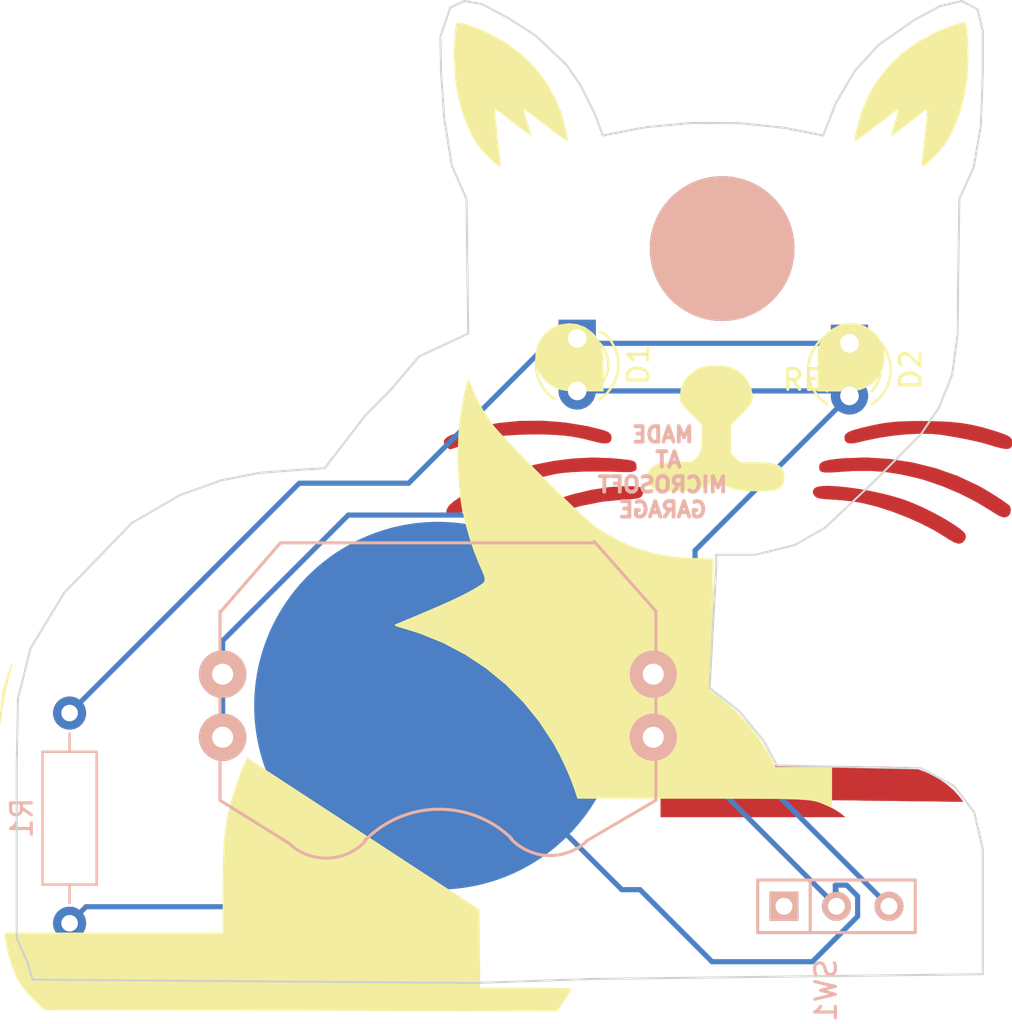
<source format=kicad_pcb>
(kicad_pcb (version 4) (host pcbnew 4.0.7)

  (general
    (links 0)
    (no_connects 0)
    (area 107.663666 85.444478 154.485711 133.007051)
    (thickness 1.6)
    (drawings 73)
    (tracks 42)
    (zones 0)
    (modules 11)
    (nets 6)
  )

  (page A4)
  (layers
    (0 F.Cu signal)
    (31 B.Cu signal)
    (32 B.Adhes user)
    (33 F.Adhes user)
    (34 B.Paste user)
    (35 F.Paste user)
    (36 B.SilkS user)
    (37 F.SilkS user)
    (38 B.Mask user)
    (39 F.Mask user)
    (40 Dwgs.User user)
    (41 Cmts.User user)
    (42 Eco1.User user)
    (43 Eco2.User user)
    (44 Edge.Cuts user)
    (45 Margin user)
    (46 B.CrtYd user)
    (47 F.CrtYd user)
    (48 B.Fab user)
    (49 F.Fab user)
  )

  (setup
    (last_trace_width 0.25)
    (trace_clearance 0.2)
    (zone_clearance 0.508)
    (zone_45_only no)
    (trace_min 0.2)
    (segment_width 0.2)
    (edge_width 0.15)
    (via_size 0.6)
    (via_drill 0.4)
    (via_min_size 0.4)
    (via_min_drill 0.3)
    (uvia_size 0.3)
    (uvia_drill 0.1)
    (uvias_allowed no)
    (uvia_min_size 0.2)
    (uvia_min_drill 0.1)
    (pcb_text_width 0.3)
    (pcb_text_size 1.5 1.5)
    (mod_edge_width 0.15)
    (mod_text_size 1 1)
    (mod_text_width 0.15)
    (pad_size 7 7)
    (pad_drill 0)
    (pad_to_mask_clearance 0.2)
    (aux_axis_origin 0 0)
    (visible_elements 7FFFFFFF)
    (pcbplotparams
      (layerselection 0x3f0ff_80000001)
      (usegerberextensions false)
      (excludeedgelayer true)
      (linewidth 0.100000)
      (plotframeref false)
      (viasonmask false)
      (mode 1)
      (useauxorigin false)
      (hpglpennumber 1)
      (hpglpenspeed 20)
      (hpglpendiameter 15)
      (hpglpenoverlay 2)
      (psnegative false)
      (psa4output false)
      (plotreference true)
      (plotvalue true)
      (plotinvisibletext false)
      (padsonsilk false)
      (subtractmaskfromsilk true)
      (outputformat 1)
      (mirror false)
      (drillshape 0)
      (scaleselection 1)
      (outputdirectory GERBERS/))
  )

  (net 0 "")
  (net 1 "Net-(BT1-Pad1)")
  (net 2 "Net-(BT1-Pad2)")
  (net 3 "Net-(D1-Pad1)")
  (net 4 "Net-(D1-Pad2)")
  (net 5 "Net-(SW1-Pad1)")

  (net_class Default "This is the default net class."
    (clearance 0.2)
    (trace_width 0.25)
    (via_dia 0.6)
    (via_drill 0.4)
    (uvia_dia 0.3)
    (uvia_drill 0.1)
    (add_net "Net-(BT1-Pad1)")
    (add_net "Net-(BT1-Pad2)")
    (add_net "Net-(D1-Pad1)")
    (add_net "Net-(D1-Pad2)")
    (add_net "Net-(SW1-Pad1)")
  )

  (module Dog:cat_silk2 (layer F.Cu) (tedit 0) (tstamp 5BA1ACA9)
    (at 130.76 109.63)
    (fp_text reference G*** (at 0 0) (layer F.SilkS) hide
      (effects (font (thickness 0.3)))
    )
    (fp_text value LOGO (at 0.75 0) (layer F.SilkS) hide
      (effects (font (thickness 0.3)))
    )
    (fp_poly (pts (xy -0.66675 19.782116) (xy -0.649931 21.670308) (xy -0.633111 23.5585) (xy 1.588444 23.5585)
      (xy 2.10531 23.55976) (xy 2.579581 23.563344) (xy 2.996884 23.568954) (xy 3.342846 23.576295)
      (xy 3.603095 23.585069) (xy 3.763258 23.594981) (xy 3.81 23.604325) (xy 3.776171 23.672936)
      (xy 3.685011 23.821066) (xy 3.552004 24.024183) (xy 3.449243 24.175825) (xy 3.088487 24.7015)
      (xy -1.360882 24.685873) (xy -2.025068 24.683643) (xy -2.801808 24.681216) (xy -3.676657 24.678629)
      (xy -4.63517 24.675918) (xy -5.6629 24.673121) (xy -6.745402 24.670275) (xy -7.86823 24.667418)
      (xy -9.01694 24.664586) (xy -10.177085 24.661818) (xy -11.33422 24.65915) (xy -12.4739 24.656619)
      (xy -13.581679 24.654263) (xy -13.769021 24.653876) (xy -21.727791 24.637506) (xy -22.280028 24.082128)
      (xy -22.569272 23.777917) (xy -22.783884 23.516654) (xy -22.949941 23.263918) (xy -23.064279 23.046958)
      (xy -23.295529 22.481566) (xy -23.477961 21.860606) (xy -23.591568 21.252197) (xy -23.591687 21.251238)
      (xy -23.636634 20.8915) (xy -13.081 20.8915) (xy -13.079837 18.811875) (xy -13.07692 18.100129)
      (xy -13.068086 17.49627) (xy -13.051914 16.981263) (xy -13.026983 16.536074) (xy -12.991874 16.141669)
      (xy -12.945165 15.779013) (xy -12.885436 15.429073) (xy -12.811266 15.072815) (xy -12.795636 15.003767)
      (xy -12.709794 14.671856) (xy -12.590734 14.269303) (xy -12.451792 13.836501) (xy -12.306305 13.413843)
      (xy -12.167609 13.04172) (xy -12.070585 12.807736) (xy -11.90625 12.439222) (xy -0.66675 19.782116)) (layer F.SilkS) (width 0.01))
    (fp_poly (pts (xy -1.172374 -5.785974) (xy -1.104842 -5.642515) (xy -1.024752 -5.444194) (xy -0.77133 -4.873962)
      (xy -0.440091 -4.27998) (xy -0.058111 -3.710094) (xy 0.003198 -3.627917) (xy 0.124555 -3.482644)
      (xy 0.325586 -3.26004) (xy 0.595221 -2.971624) (xy 0.922392 -2.628916) (xy 1.296029 -2.243439)
      (xy 1.705064 -1.826711) (xy 2.138428 -1.390254) (xy 2.487008 -1.042752) (xy 3.03021 -0.505585)
      (xy 3.493707 -0.051643) (xy 3.886154 0.327069) (xy 4.216207 0.638546) (xy 4.492522 0.890783)
      (xy 4.723755 1.091775) (xy 4.918562 1.249517) (xy 5.0856 1.372005) (xy 5.1435 1.410909)
      (xy 6.019823 1.921271) (xy 6.908732 2.310166) (xy 7.825607 2.582163) (xy 8.785826 2.741832)
      (xy 9.796867 2.793744) (xy 10.136148 2.795778) (xy 10.369424 2.803413) (xy 10.517658 2.819326)
      (xy 10.601814 2.846195) (xy 10.642852 2.886696) (xy 10.650206 2.902722) (xy 10.65649 2.986114)
      (xy 10.65833 3.180711) (xy 10.656176 3.47081) (xy 10.650478 3.84071) (xy 10.641686 4.274709)
      (xy 10.630251 4.757105) (xy 10.616622 5.272196) (xy 10.601249 5.804282) (xy 10.584584 6.337659)
      (xy 10.567075 6.856628) (xy 10.549172 7.345485) (xy 10.531327 7.788529) (xy 10.513988 8.170059)
      (xy 10.497607 8.474373) (xy 10.485367 8.653251) (xy 10.445744 9.146752) (xy 10.985497 9.550034)
      (xy 11.664995 10.121225) (xy 12.295304 10.775788) (xy 12.852469 11.485523) (xy 13.312535 12.222232)
      (xy 13.405059 12.398375) (xy 13.653917 12.8905) (xy 16.383 12.8905) (xy 16.383 13.87475)
      (xy 16.382034 14.211629) (xy 16.379371 14.498274) (xy 16.375356 14.713223) (xy 16.370338 14.835013)
      (xy 16.367125 14.854514) (xy 16.305177 14.8285) (xy 16.164854 14.767151) (xy 16.0655 14.723216)
      (xy 15.946504 14.671015) (xy 15.833829 14.625095) (xy 15.718908 14.585052) (xy 15.59318 14.550481)
      (xy 15.44808 14.520976) (xy 15.275045 14.496133) (xy 15.065511 14.475546) (xy 14.810914 14.458809)
      (xy 14.502692 14.445519) (xy 14.132279 14.435269) (xy 13.691114 14.427655) (xy 13.170631 14.422271)
      (xy 12.562267 14.418712) (xy 11.85746 14.416574) (xy 11.047644 14.41545) (xy 10.124257 14.414936)
      (xy 9.545842 14.414761) (xy 4.073934 14.413237) (xy 3.932877 13.985243) (xy 3.74111 13.465159)
      (xy 3.495804 12.893224) (xy 3.219728 12.319108) (xy 2.935649 11.792478) (xy 2.898274 11.72832)
      (xy 2.220679 10.699728) (xy 1.449037 9.752277) (xy 0.590705 8.891656) (xy -0.346961 8.123554)
      (xy -1.356602 7.453663) (xy -2.430862 6.887671) (xy -3.562383 6.431269) (xy -4.216003 6.226322)
      (xy -4.497807 6.144712) (xy -4.671855 6.087235) (xy -4.753345 6.04623) (xy -4.757476 6.014034)
      (xy -4.699447 5.982985) (xy -4.699 5.982809) (xy -4.594156 5.939964) (xy -4.392398 5.856026)
      (xy -4.113773 5.739389) (xy -3.778329 5.598452) (xy -3.406111 5.441611) (xy -3.302 5.397666)
      (xy -2.641952 5.114853) (xy -2.086946 4.867618) (xy -1.622385 4.648926) (xy -1.233675 4.451744)
      (xy -0.90622 4.269035) (xy -0.707645 4.147271) (xy -0.557792 4.049899) (xy -0.459468 3.967182)
      (xy -0.412361 3.876392) (xy -0.416156 3.754801) (xy -0.470539 3.579679) (xy -0.575196 3.328299)
      (xy -0.692649 3.062125) (xy -0.934519 2.455265) (xy -1.162794 1.769588) (xy -1.362863 1.053272)
      (xy -1.520112 0.354497) (xy -1.530773 0.298842) (xy -1.602537 -0.18456) (xy -1.656346 -0.758958)
      (xy -1.691377 -1.389508) (xy -1.706808 -2.041366) (xy -1.701815 -2.67969) (xy -1.675576 -3.269635)
      (xy -1.627268 -3.776359) (xy -1.627048 -3.778026) (xy -1.577451 -4.123231) (xy -1.518283 -4.486295)
      (xy -1.453879 -4.845675) (xy -1.388576 -5.179826) (xy -1.326712 -5.467206) (xy -1.272622 -5.686271)
      (xy -1.230642 -5.815477) (xy -1.211776 -5.841069) (xy -1.172374 -5.785974)) (layer F.SilkS) (width 0.01))
    (fp_poly (pts (xy -23.272777 7.885493) (xy -23.280206 7.951144) (xy -23.315001 8.114055) (xy -23.371385 8.348886)
      (xy -23.43567 8.600227) (xy -23.592512 9.280293) (xy -23.732475 10.05399) (xy -23.838 10.795)
      (xy -23.846904 10.824218) (xy -23.850918 10.742318) (xy -23.849887 10.565091) (xy -23.843655 10.308329)
      (xy -23.842995 10.287) (xy -23.812574 9.806601) (xy -23.755588 9.368028) (xy -23.695183 9.0805)
      (xy -23.622667 8.822758) (xy -23.538986 8.553883) (xy -23.453279 8.299738) (xy -23.374689 8.086184)
      (xy -23.312358 7.939083) (xy -23.275426 7.884297) (xy -23.272777 7.885493)) (layer F.SilkS) (width 0.01))
    (fp_poly (pts (xy 11.060287 -6.504048) (xy 11.270843 -6.484507) (xy 11.444268 -6.440755) (xy 11.625421 -6.363749)
      (xy 11.720239 -6.316439) (xy 11.966357 -6.172159) (xy 12.140823 -6.013468) (xy 12.294753 -5.793449)
      (xy 12.300546 -5.783813) (xy 12.476201 -5.420824) (xy 12.552079 -5.092135) (xy 12.525531 -4.812699)
      (xy 12.488407 -4.723239) (xy 12.401402 -4.59925) (xy 12.247853 -4.418074) (xy 12.053749 -4.209512)
      (xy 11.942701 -4.097454) (xy 11.4935 -3.654657) (xy 11.4935 -2.290234) (xy 11.717866 -2.065867)
      (xy 11.942233 -1.8415) (xy 12.654491 -1.841146) (xy 13.10085 -1.831399) (xy 13.438461 -1.800477)
      (xy 13.684308 -1.745109) (xy 13.855375 -1.662019) (xy 13.931445 -1.59502) (xy 14.038106 -1.397731)
      (xy 14.082048 -1.143825) (xy 14.055688 -0.891094) (xy 14.032694 -0.823555) (xy 13.955389 -0.681706)
      (xy 13.84589 -0.579208) (xy 13.68466 -0.510157) (xy 13.45216 -0.46865) (xy 13.128853 -0.448784)
      (xy 12.778178 -0.4445) (xy 12.294814 -0.454982) (xy 11.909585 -0.490388) (xy 11.595054 -0.55666)
      (xy 11.323784 -0.659738) (xy 11.068336 -0.805564) (xy 11.047902 -0.819161) (xy 10.771678 -1.004675)
      (xy 10.567728 -0.849116) (xy 10.320943 -0.690037) (xy 10.04487 -0.575386) (xy 9.715867 -0.499815)
      (xy 9.31029 -0.457977) (xy 8.804495 -0.444524) (xy 8.778715 -0.4445) (xy 8.401714 -0.447625)
      (xy 8.130654 -0.458357) (xy 7.9446 -0.478735) (xy 7.822616 -0.510796) (xy 7.760766 -0.543605)
      (xy 7.569963 -0.742073) (xy 7.469347 -0.986349) (xy 7.462993 -1.242572) (xy 7.554977 -1.476879)
      (xy 7.636847 -1.573115) (xy 7.780348 -1.684751) (xy 7.948546 -1.761793) (xy 8.166902 -1.809855)
      (xy 8.460873 -1.834553) (xy 8.85382 -1.8415) (xy 9.173811 -1.843955) (xy 9.394645 -1.854176)
      (xy 9.544118 -1.87645) (xy 9.650027 -1.915065) (xy 9.740166 -1.974307) (xy 9.746381 -1.979162)
      (xy 9.908891 -2.148061) (xy 10.016444 -2.367634) (xy 10.076474 -2.661373) (xy 10.096413 -3.052772)
      (xy 10.0965 -3.085888) (xy 10.0965 -3.635854) (xy 9.55675 -4.187434) (xy 9.326405 -4.426453)
      (xy 9.172342 -4.599265) (xy 9.079551 -4.727954) (xy 9.03302 -4.834603) (xy 9.017742 -4.941293)
      (xy 9.017 -4.981515) (xy 9.077518 -5.406728) (xy 9.251065 -5.790756) (xy 9.525631 -6.114641)
      (xy 9.889206 -6.359425) (xy 9.890294 -6.35996) (xy 10.070118 -6.436197) (xy 10.254917 -6.481605)
      (xy 10.486726 -6.503296) (xy 10.767739 -6.508417) (xy 11.060287 -6.504048)) (layer F.SilkS) (width 0.01))
    (fp_poly (pts (xy 4.051124 -8.518718) (xy 4.442003 -8.372567) (xy 4.789188 -8.122145) (xy 4.887735 -8.019684)
      (xy 5.047599 -7.815193) (xy 5.165728 -7.601101) (xy 5.247779 -7.354094) (xy 5.299404 -7.050858)
      (xy 5.326259 -6.668079) (xy 5.333999 -6.182442) (xy 5.334 -6.179725) (xy 5.334 -5.2705)
      (xy 4.365625 -5.273471) (xy 3.965163 -5.277432) (xy 3.665851 -5.288172) (xy 3.441912 -5.308205)
      (xy 3.267567 -5.340046) (xy 3.117039 -5.38621) (xy 3.084907 -5.398402) (xy 2.698187 -5.611152)
      (xy 2.396219 -5.902087) (xy 2.183451 -6.251143) (xy 2.064333 -6.63826) (xy 2.043312 -7.043374)
      (xy 2.124839 -7.446424) (xy 2.313361 -7.827348) (xy 2.495967 -8.05419) (xy 2.838972 -8.328334)
      (xy 3.227343 -8.496923) (xy 3.638816 -8.560277) (xy 4.051124 -8.518718)) (layer F.SilkS) (width 0.01))
    (fp_poly (pts (xy 17.537146 -8.550371) (xy 17.918439 -8.448269) (xy 18.268541 -8.253683) (xy 18.56787 -7.966727)
      (xy 18.766563 -7.652706) (xy 18.907738 -7.231425) (xy 18.932911 -6.80663) (xy 18.850803 -6.397769)
      (xy 18.670135 -6.024292) (xy 18.39963 -5.705649) (xy 18.048006 -5.461286) (xy 17.727759 -5.336065)
      (xy 17.578955 -5.312279) (xy 17.334119 -5.292359) (xy 17.024202 -5.278077) (xy 16.680153 -5.271208)
      (xy 16.589375 -5.270855) (xy 15.6845 -5.2705) (xy 15.6845 -6.305783) (xy 15.685533 -6.694824)
      (xy 15.690589 -6.98131) (xy 15.702603 -7.189682) (xy 15.724507 -7.344381) (xy 15.759238 -7.469846)
      (xy 15.809728 -7.590518) (xy 15.84824 -7.669649) (xy 16.091737 -8.031671) (xy 16.401959 -8.30064)
      (xy 16.759324 -8.47667) (xy 17.144247 -8.559876) (xy 17.537146 -8.550371)) (layer F.SilkS) (width 0.01))
    (fp_poly (pts (xy -1.490958 -23.061381) (xy -1.239074 -22.985754) (xy -0.937872 -22.879454) (xy -0.60942 -22.749849)
      (xy -0.275784 -22.604302) (xy -0.214465 -22.575845) (xy 0.609159 -22.123957) (xy 1.344802 -21.58366)
      (xy 1.988253 -20.959506) (xy 2.535301 -20.256049) (xy 2.981737 -19.477845) (xy 3.258194 -18.819686)
      (xy 3.336951 -18.57888) (xy 3.415749 -18.301886) (xy 3.488151 -18.016696) (xy 3.547715 -17.7513)
      (xy 3.588005 -17.533688) (xy 3.602579 -17.391853) (xy 3.595418 -17.353752) (xy 3.538949 -17.382025)
      (xy 3.39767 -17.477421) (xy 3.186867 -17.628897) (xy 2.921828 -17.825413) (xy 2.61784 -18.055927)
      (xy 2.532336 -18.121587) (xy 2.220941 -18.359612) (xy 1.945045 -18.567211) (xy 1.719821 -18.733239)
      (xy 1.560442 -18.846549) (xy 1.482081 -18.895995) (xy 1.476804 -18.896972) (xy 1.486121 -18.831688)
      (xy 1.527979 -18.672208) (xy 1.595076 -18.444921) (xy 1.653442 -18.258693) (xy 1.733868 -17.999459)
      (xy 1.794103 -17.789391) (xy 1.826866 -17.654908) (xy 1.829525 -17.619859) (xy 1.775098 -17.649811)
      (xy 1.637849 -17.746364) (xy 1.434456 -17.8972) (xy 1.181595 -18.089997) (xy 0.959114 -18.262865)
      (xy 0.678925 -18.479842) (xy 0.434834 -18.664262) (xy 0.243574 -18.803856) (xy 0.121878 -18.886354)
      (xy 0.085963 -18.90313) (xy 0.085854 -18.83682) (xy 0.098032 -18.667212) (xy 0.120124 -18.417159)
      (xy 0.149754 -18.109513) (xy 0.18455 -17.767127) (xy 0.222137 -17.412855) (xy 0.260142 -17.069548)
      (xy 0.296191 -16.76006) (xy 0.32791 -16.507244) (xy 0.352689 -16.335375) (xy 0.362491 -16.201057)
      (xy 0.32963 -16.143509) (xy 0.245525 -16.166973) (xy 0.101594 -16.27569) (xy -0.110744 -16.473902)
      (xy -0.289644 -16.652875) (xy -0.552158 -16.931459) (xy -0.751613 -17.178223) (xy -0.921406 -17.44025)
      (xy -1.094936 -17.764622) (xy -1.134204 -17.8435) (xy -1.47555 -18.672957) (xy -1.718425 -19.575103)
      (xy -1.860723 -20.539903) (xy -1.900896 -21.49475) (xy -1.893198 -21.874224) (xy -1.875959 -22.239672)
      (xy -1.851259 -22.567783) (xy -1.821177 -22.835245) (xy -1.787793 -23.018746) (xy -1.758505 -23.091163)
      (xy -1.671458 -23.098973) (xy -1.490958 -23.061381)) (layer F.SilkS) (width 0.01))
    (fp_poly (pts (xy 22.835002 -23.096664) (xy 22.86572 -23.008137) (xy 22.897299 -22.819128) (xy 22.927262 -22.556114)
      (xy 22.953135 -22.245568) (xy 22.97244 -21.913966) (xy 22.982701 -21.587784) (xy 22.983576 -21.508123)
      (xy 22.939038 -20.518203) (xy 22.795384 -19.569594) (xy 22.556046 -18.678736) (xy 22.224459 -17.862068)
      (xy 22.220141 -17.853209) (xy 22.049032 -17.520198) (xy 21.888623 -17.257532) (xy 21.706554 -17.019685)
      (xy 21.470468 -16.761132) (xy 21.372809 -16.661093) (xy 21.160569 -16.452289) (xy 20.975576 -16.281974)
      (xy 20.838286 -16.16822) (xy 20.770536 -16.129) (xy 20.723768 -16.17481) (xy 20.721247 -16.321654)
      (xy 20.730339 -16.398875) (xy 20.763576 -16.655165) (xy 20.801202 -16.969037) (xy 20.840895 -17.318164)
      (xy 20.880333 -17.680222) (xy 20.917195 -18.032885) (xy 20.949157 -18.353827) (xy 20.973899 -18.620723)
      (xy 20.989099 -18.811248) (xy 20.992434 -18.903076) (xy 20.991282 -18.907884) (xy 20.936463 -18.878314)
      (xy 20.798937 -18.782006) (xy 20.595398 -18.631273) (xy 20.34254 -18.438426) (xy 20.120307 -18.26551)
      (xy 19.840561 -18.048101) (xy 19.597252 -17.862903) (xy 19.407027 -17.722273) (xy 19.286533 -17.638565)
      (xy 19.251626 -17.620775) (xy 19.260602 -17.686005) (xy 19.301153 -17.845841) (xy 19.366221 -18.073909)
      (xy 19.423673 -18.263577) (xy 19.502112 -18.523903) (xy 19.561457 -18.734461) (xy 19.594556 -18.868995)
      (xy 19.598168 -18.903998) (xy 19.544884 -18.872557) (xy 19.406498 -18.774311) (xy 19.198131 -18.620463)
      (xy 18.934903 -18.422211) (xy 18.631934 -18.190756) (xy 18.546379 -18.124871) (xy 18.234974 -17.886789)
      (xy 17.958646 -17.679576) (xy 17.73263 -17.514323) (xy 17.572163 -17.402125) (xy 17.492483 -17.354074)
      (xy 17.486829 -17.353504) (xy 17.48573 -17.423693) (xy 17.506487 -17.585647) (xy 17.544762 -17.80686)
      (xy 17.553008 -17.849595) (xy 17.78872 -18.734003) (xy 18.135503 -19.560434) (xy 18.588482 -20.322732)
      (xy 19.142781 -21.014742) (xy 19.793526 -21.63031) (xy 20.535841 -22.16328) (xy 21.296464 -22.575845)
      (xy 21.61544 -22.71773) (xy 21.938798 -22.848279) (xy 22.24381 -22.959798) (xy 22.507747 -23.044595)
      (xy 22.707882 -23.094974) (xy 22.821487 -23.103243) (xy 22.835002 -23.096664)) (layer F.SilkS) (width 0.01))
  )

  (module footprints:BATT_CR2032 (layer B.Cu) (tedit 0) (tstamp 5BA19666)
    (at 128.086 119.556 180)
    (tags battery)
    (path /5B95F774)
    (fp_text reference BT1 (at 0 -5.08 180) (layer B.SilkS) hide
      (effects (font (size 1.72974 1.08712) (thickness 0.27178)) (justify mirror))
    )
    (fp_text value Battery (at 0 2.54 180) (layer B.SilkS) hide
      (effects (font (size 1.524 1.016) (thickness 0.254)) (justify mirror))
    )
    (fp_line (start -7.1755 -6.5405) (end -10.541 -4.572) (layer B.SilkS) (width 0.15))
    (fp_line (start 7.1755 -6.6675) (end 10.541 -4.572) (layer B.SilkS) (width 0.15))
    (fp_arc (start -5.4229 -4.6355) (end -3.5179 -6.4135) (angle -90) (layer B.SilkS) (width 0.15))
    (fp_arc (start 5.4102 -4.7625) (end 7.1882 -6.6675) (angle -90) (layer B.SilkS) (width 0.15))
    (fp_arc (start -0.0635 -10.033) (end -3.556 -6.4135) (angle -90) (layer B.SilkS) (width 0.15))
    (fp_line (start 7.62 7.874) (end 10.541 4.5085) (layer B.SilkS) (width 0.15))
    (fp_line (start -10.541 4.572) (end -7.5565 7.9375) (layer B.SilkS) (width 0.15))
    (fp_line (start -7.62 7.874) (end 7.62 7.874) (layer B.SilkS) (width 0.15))
    (fp_line (start -10.541 -4.572) (end -10.541 4.572) (layer B.SilkS) (width 0.15))
    (fp_line (start 10.541 -4.572) (end 10.541 4.572) (layer B.SilkS) (width 0.15))
    (fp_circle (center 0 0) (end -10.16 0) (layer Dwgs.User) (width 0.15))
    (pad 1 thru_hole circle (at -10.414 -1.524 180) (size 2.286 2.286) (drill 1.016) (layers *.Cu *.Mask B.SilkS)
      (net 1 "Net-(BT1-Pad1)"))
    (pad 1 thru_hole circle (at 10.414 -1.524 180) (size 2.286 2.286) (drill 1.016) (layers *.Cu *.Mask B.SilkS)
      (net 1 "Net-(BT1-Pad1)"))
    (pad 1 thru_hole circle (at -10.414 1.524 180) (size 2.286 2.286) (drill 1.016) (layers *.Cu *.Mask B.SilkS)
      (net 1 "Net-(BT1-Pad1)"))
    (pad 1 thru_hole circle (at 10.414 1.524 180) (size 2.286 2.286) (drill 1.016) (layers *.Cu *.Mask B.SilkS)
      (net 1 "Net-(BT1-Pad1)"))
    (pad 2 smd circle (at 0 0 180) (size 17.78 17.78) (layers B.Cu B.Paste B.Mask)
      (net 2 "Net-(BT1-Pad2)"))
  )

  (module LEDs:LED_D3.0mm (layer F.Cu) (tedit 587A3A7B) (tstamp 5BA19679)
    (at 134.82 101.8 270)
    (descr "LED, diameter 3.0mm, 2 pins")
    (tags "LED diameter 3.0mm 2 pins")
    (path /5B958A67)
    (fp_text reference D1 (at 1.27 -2.96 270) (layer F.SilkS)
      (effects (font (size 1 1) (thickness 0.15)))
    )
    (fp_text value LED (at 1.27 2.96 270) (layer F.Fab)
      (effects (font (size 1 1) (thickness 0.15)))
    )
    (fp_arc (start 1.27 0) (end -0.23 -1.16619) (angle 284.3) (layer F.Fab) (width 0.1))
    (fp_arc (start 1.27 0) (end -0.29 -1.235516) (angle 108.8) (layer F.SilkS) (width 0.12))
    (fp_arc (start 1.27 0) (end -0.29 1.235516) (angle -108.8) (layer F.SilkS) (width 0.12))
    (fp_arc (start 1.27 0) (end 0.229039 -1.08) (angle 87.9) (layer F.SilkS) (width 0.12))
    (fp_arc (start 1.27 0) (end 0.229039 1.08) (angle -87.9) (layer F.SilkS) (width 0.12))
    (fp_circle (center 1.27 0) (end 2.77 0) (layer F.Fab) (width 0.1))
    (fp_line (start -0.23 -1.16619) (end -0.23 1.16619) (layer F.Fab) (width 0.1))
    (fp_line (start -0.29 -1.236) (end -0.29 -1.08) (layer F.SilkS) (width 0.12))
    (fp_line (start -0.29 1.08) (end -0.29 1.236) (layer F.SilkS) (width 0.12))
    (fp_line (start -1.15 -2.25) (end -1.15 2.25) (layer F.CrtYd) (width 0.05))
    (fp_line (start -1.15 2.25) (end 3.7 2.25) (layer F.CrtYd) (width 0.05))
    (fp_line (start 3.7 2.25) (end 3.7 -2.25) (layer F.CrtYd) (width 0.05))
    (fp_line (start 3.7 -2.25) (end -1.15 -2.25) (layer F.CrtYd) (width 0.05))
    (pad 1 thru_hole rect (at 0 0 270) (size 1.8 1.8) (drill 0.9) (layers *.Cu *.Mask)
      (net 3 "Net-(D1-Pad1)"))
    (pad 2 thru_hole circle (at 2.54 0 270) (size 1.8 1.8) (drill 0.9) (layers *.Cu *.Mask)
      (net 4 "Net-(D1-Pad2)"))
    (model ${KISYS3DMOD}/LEDs.3dshapes/LED_D3.0mm.wrl
      (at (xyz 0 0 0))
      (scale (xyz 0.393701 0.393701 0.393701))
      (rotate (xyz 0 0 0))
    )
  )

  (module LEDs:LED_D3.0mm (layer F.Cu) (tedit 587A3A7B) (tstamp 5BA1968C)
    (at 147.99 102.04 270)
    (descr "LED, diameter 3.0mm, 2 pins")
    (tags "LED diameter 3.0mm 2 pins")
    (path /5B958A90)
    (fp_text reference D2 (at 1.27 -2.96 270) (layer F.SilkS)
      (effects (font (size 1 1) (thickness 0.15)))
    )
    (fp_text value LED (at 1.27 2.96 270) (layer F.Fab)
      (effects (font (size 1 1) (thickness 0.15)))
    )
    (fp_arc (start 1.27 0) (end -0.23 -1.16619) (angle 284.3) (layer F.Fab) (width 0.1))
    (fp_arc (start 1.27 0) (end -0.29 -1.235516) (angle 108.8) (layer F.SilkS) (width 0.12))
    (fp_arc (start 1.27 0) (end -0.29 1.235516) (angle -108.8) (layer F.SilkS) (width 0.12))
    (fp_arc (start 1.27 0) (end 0.229039 -1.08) (angle 87.9) (layer F.SilkS) (width 0.12))
    (fp_arc (start 1.27 0) (end 0.229039 1.08) (angle -87.9) (layer F.SilkS) (width 0.12))
    (fp_circle (center 1.27 0) (end 2.77 0) (layer F.Fab) (width 0.1))
    (fp_line (start -0.23 -1.16619) (end -0.23 1.16619) (layer F.Fab) (width 0.1))
    (fp_line (start -0.29 -1.236) (end -0.29 -1.08) (layer F.SilkS) (width 0.12))
    (fp_line (start -0.29 1.08) (end -0.29 1.236) (layer F.SilkS) (width 0.12))
    (fp_line (start -1.15 -2.25) (end -1.15 2.25) (layer F.CrtYd) (width 0.05))
    (fp_line (start -1.15 2.25) (end 3.7 2.25) (layer F.CrtYd) (width 0.05))
    (fp_line (start 3.7 2.25) (end 3.7 -2.25) (layer F.CrtYd) (width 0.05))
    (fp_line (start 3.7 -2.25) (end -1.15 -2.25) (layer F.CrtYd) (width 0.05))
    (pad 1 thru_hole rect (at 0 0 270) (size 1.8 1.8) (drill 0.9) (layers *.Cu *.Mask)
      (net 3 "Net-(D1-Pad1)"))
    (pad 2 thru_hole circle (at 2.54 0 270) (size 1.8 1.8) (drill 0.9) (layers *.Cu *.Mask)
      (net 4 "Net-(D1-Pad2)"))
    (model ${KISYS3DMOD}/LEDs.3dshapes/LED_D3.0mm.wrl
      (at (xyz 0 0 0))
      (scale (xyz 0.393701 0.393701 0.393701))
      (rotate (xyz 0 0 0))
    )
  )

  (module Resistors_THT:R_Axial_DIN0207_L6.3mm_D2.5mm_P10.16mm_Horizontal (layer B.Cu) (tedit 5874F706) (tstamp 5BA196A2)
    (at 110.27 119.91 270)
    (descr "Resistor, Axial_DIN0207 series, Axial, Horizontal, pin pitch=10.16mm, 0.25W = 1/4W, length*diameter=6.3*2.5mm^2, http://cdn-reichelt.de/documents/datenblatt/B400/1_4W%23YAG.pdf")
    (tags "Resistor Axial_DIN0207 series Axial Horizontal pin pitch 10.16mm 0.25W = 1/4W length 6.3mm diameter 2.5mm")
    (path /5B95F731)
    (fp_text reference R1 (at 5.08 2.31 270) (layer B.SilkS)
      (effects (font (size 1 1) (thickness 0.15)) (justify mirror))
    )
    (fp_text value 100 (at 5.08 -2.31 270) (layer B.Fab)
      (effects (font (size 1 1) (thickness 0.15)) (justify mirror))
    )
    (fp_line (start 1.93 1.25) (end 1.93 -1.25) (layer B.Fab) (width 0.1))
    (fp_line (start 1.93 -1.25) (end 8.23 -1.25) (layer B.Fab) (width 0.1))
    (fp_line (start 8.23 -1.25) (end 8.23 1.25) (layer B.Fab) (width 0.1))
    (fp_line (start 8.23 1.25) (end 1.93 1.25) (layer B.Fab) (width 0.1))
    (fp_line (start 0 0) (end 1.93 0) (layer B.Fab) (width 0.1))
    (fp_line (start 10.16 0) (end 8.23 0) (layer B.Fab) (width 0.1))
    (fp_line (start 1.87 1.31) (end 1.87 -1.31) (layer B.SilkS) (width 0.12))
    (fp_line (start 1.87 -1.31) (end 8.29 -1.31) (layer B.SilkS) (width 0.12))
    (fp_line (start 8.29 -1.31) (end 8.29 1.31) (layer B.SilkS) (width 0.12))
    (fp_line (start 8.29 1.31) (end 1.87 1.31) (layer B.SilkS) (width 0.12))
    (fp_line (start 0.98 0) (end 1.87 0) (layer B.SilkS) (width 0.12))
    (fp_line (start 9.18 0) (end 8.29 0) (layer B.SilkS) (width 0.12))
    (fp_line (start -1.05 1.6) (end -1.05 -1.6) (layer B.CrtYd) (width 0.05))
    (fp_line (start -1.05 -1.6) (end 11.25 -1.6) (layer B.CrtYd) (width 0.05))
    (fp_line (start 11.25 -1.6) (end 11.25 1.6) (layer B.CrtYd) (width 0.05))
    (fp_line (start 11.25 1.6) (end -1.05 1.6) (layer B.CrtYd) (width 0.05))
    (pad 1 thru_hole circle (at 0 0 270) (size 1.6 1.6) (drill 0.8) (layers *.Cu *.Mask)
      (net 3 "Net-(D1-Pad1)"))
    (pad 2 thru_hole oval (at 10.16 0 270) (size 1.6 1.6) (drill 0.8) (layers *.Cu *.Mask)
      (net 2 "Net-(BT1-Pad2)"))
    (model ${KISYS3DMOD}/Resistors_THT.3dshapes/R_Axial_DIN0207_L6.3mm_D2.5mm_P10.16mm_Horizontal.wrl
      (at (xyz 0 0 0))
      (scale (xyz 0.393701 0.393701 0.393701))
      (rotate (xyz 0 0 0))
    )
  )

  (module footprints:SW_Micro_SPST (layer B.Cu) (tedit 5A812D1A) (tstamp 5BA196B3)
    (at 147.36 129.25)
    (tags "Switch Micro SPST")
    (path /5B95F7A9)
    (fp_text reference SW1 (at -0.508 4.064 270) (layer B.SilkS)
      (effects (font (size 1 1) (thickness 0.15)) (justify mirror))
    )
    (fp_text value SW_SPDT (at 0.025 -2.45) (layer B.Fab)
      (effects (font (size 1 1) (thickness 0.15)) (justify mirror))
    )
    (fp_text user "E-Switch EG128" (at -2 1) (layer B.CrtYd)
      (effects (font (size 0.5 0.5) (thickness 0.125)) (justify mirror))
    )
    (fp_line (start 5.75 2) (end 5.75 -2) (layer B.CrtYd) (width 0.15))
    (fp_line (start -5.75 2) (end -5.75 -2) (layer B.CrtYd) (width 0.15))
    (fp_line (start -5.75 -2) (end 5.75 -2) (layer B.CrtYd) (width 0.15))
    (fp_line (start -5.75 2) (end 5.75 2) (layer B.CrtYd) (width 0.15))
    (fp_line (start -3.81 -1.27) (end -3.81 1.27) (layer B.SilkS) (width 0.15))
    (fp_line (start -3.81 1.27) (end 3.81 1.27) (layer B.SilkS) (width 0.15))
    (fp_line (start 3.81 1.27) (end 3.81 -1.27) (layer B.SilkS) (width 0.15))
    (fp_line (start 3.81 -1.27) (end -3.81 -1.27) (layer B.SilkS) (width 0.15))
    (fp_line (start -1.27 1.27) (end -1.27 -1.27) (layer B.SilkS) (width 0.15))
    (pad 1 thru_hole rect (at -2.54 0) (size 1.397 1.397) (drill 0.8128) (layers *.Cu *.Mask B.SilkS)
      (net 5 "Net-(SW1-Pad1)"))
    (pad 2 thru_hole circle (at 0 0) (size 1.397 1.397) (drill 0.8128) (layers *.Cu *.Mask B.SilkS)
      (net 1 "Net-(BT1-Pad1)"))
    (pad 3 thru_hole circle (at 2.54 0) (size 1.397 1.397) (drill 0.8128) (layers *.Cu *.Mask B.SilkS)
      (net 4 "Net-(D1-Pad2)"))
    (model Buttons_Switches_ThroughHole.3dshapes/SW_Micro_SPST.wrl
      (at (xyz 0 0 0))
      (scale (xyz 0.33 0.33 0.33))
      (rotate (xyz 0 0 0))
    )
  )

  (module Dog:cat_FCu (layer F.Cu) (tedit 0) (tstamp 5BA1A43A)
    (at 131.73 110.97)
    (fp_text reference G*** (at 0 0) (layer F.SilkS) hide
      (effects (font (thickness 0.3)))
    )
    (fp_text value LOGO (at 0.75 0) (layer F.SilkS) hide
      (effects (font (thickness 0.3)))
    )
    (fp_poly (pts (xy 15.70275 -2.013487) (xy 16.162025 -1.966407) (xy 16.658395 -1.896996) (xy 17.1748 -1.807566)
      (xy 17.694182 -1.700433) (xy 18.199479 -1.577909) (xy 18.673634 -1.44231) (xy 19.002156 -1.332117)
      (xy 19.389837 -1.179248) (xy 19.80291 -0.994539) (xy 20.223051 -0.788413) (xy 20.631938 -0.571291)
      (xy 21.011246 -0.353596) (xy 21.342654 -0.145748) (xy 21.607838 0.041829) (xy 21.788474 0.198714)
      (xy 21.858688 0.29263) (xy 21.890002 0.436719) (xy 21.829269 0.585912) (xy 21.819793 0.600648)
      (xy 21.697415 0.721038) (xy 21.537163 0.751372) (xy 21.32553 0.689623) (xy 21.04901 0.533764)
      (xy 20.955 0.470841) (xy 20.397996 0.12641) (xy 19.748097 -0.211056) (xy 19.039213 -0.527515)
      (xy 18.305251 -0.80893) (xy 17.580119 -1.04126) (xy 16.897726 -1.210466) (xy 16.891 -1.211839)
      (xy 16.569985 -1.26645) (xy 16.17834 -1.317128) (xy 15.772405 -1.357226) (xy 15.499745 -1.375979)
      (xy 15.153259 -1.39727) (xy 14.910945 -1.421246) (xy 14.749983 -1.451896) (xy 14.647553 -1.493208)
      (xy 14.59487 -1.53413) (xy 14.490223 -1.694264) (xy 14.510895 -1.846273) (xy 14.577785 -1.932215)
      (xy 14.718087 -1.9976) (xy 14.963722 -2.031397) (xy 15.297629 -2.035922) (xy 15.70275 -2.013487)) (layer F.Cu) (width 0.01))
    (fp_poly (pts (xy 5.713683 -2.020099) (xy 5.957425 -2.007087) (xy 6.1046 -1.986017) (xy 6.185608 -1.945957)
      (xy 6.230851 -1.875976) (xy 6.24914 -1.827548) (xy 6.275183 -1.670245) (xy 6.209301 -1.544119)
      (xy 6.20129 -1.535095) (xy 6.135327 -1.482346) (xy 6.03319 -1.444315) (xy 5.871603 -1.416907)
      (xy 5.627294 -1.396024) (xy 5.316583 -1.379383) (xy 4.285373 -1.276318) (xy 3.239081 -1.066975)
      (xy 2.205082 -0.760145) (xy 1.210753 -0.364621) (xy 0.28347 0.110803) (xy -0.144839 0.374659)
      (xy -0.455311 0.563007) (xy -0.688945 0.666918) (xy -0.860226 0.690211) (xy -0.983641 0.636703)
      (xy -1.015316 0.604074) (xy -1.075171 0.469028) (xy -1.033943 0.319749) (xy -0.885952 0.14782)
      (xy -0.625514 -0.055177) (xy -0.523928 -0.123839) (xy 0.246716 -0.582234) (xy 1.082816 -0.99021)
      (xy 1.961006 -1.340663) (xy 2.857919 -1.626491) (xy 3.750189 -1.84059) (xy 4.614449 -1.975856)
      (xy 5.427333 -2.025186) (xy 5.713683 -2.020099)) (layer F.Cu) (width 0.01))
    (fp_poly (pts (xy 4.719205 -3.378053) (xy 4.770764 -3.373733) (xy 5.174065 -3.337294) (xy 5.468873 -3.305436)
      (xy 5.673349 -3.273351) (xy 5.805652 -3.236233) (xy 5.883943 -3.189275) (xy 5.92638 -3.127672)
      (xy 5.947295 -3.062334) (xy 5.962927 -2.884103) (xy 5.893757 -2.772642) (xy 5.727387 -2.71852)
      (xy 5.485363 -2.711007) (xy 4.676435 -2.732606) (xy 3.980618 -2.740087) (xy 3.38477 -2.733086)
      (xy 2.875748 -2.711242) (xy 2.440411 -2.67419) (xy 2.065616 -2.621568) (xy 2.032 -2.615623)
      (xy 1.012595 -2.385295) (xy 0.016089 -2.069662) (xy -0.93155 -1.678974) (xy -1.804354 -1.223481)
      (xy -2.317198 -0.898916) (xy -2.555452 -0.73983) (xy -2.758238 -0.611927) (xy -2.90113 -0.530156)
      (xy -2.955936 -0.508) (xy -3.058196 -0.542516) (xy -3.136561 -0.590507) (xy -3.235308 -0.727014)
      (xy -3.221136 -0.898651) (xy -3.098661 -1.092429) (xy -2.891094 -1.281513) (xy -2.48343 -1.558234)
      (xy -1.980583 -1.850186) (xy -1.410942 -2.143294) (xy -0.802899 -2.423487) (xy -0.184844 -2.676692)
      (xy 0.22225 -2.82476) (xy 1.056043 -3.065346) (xy 1.963446 -3.245894) (xy 2.903647 -3.361478)
      (xy 3.835837 -3.407173) (xy 4.719205 -3.378053)) (layer F.Cu) (width 0.01))
    (fp_poly (pts (xy 18.198491 -3.339428) (xy 19.324067 -3.164995) (xy 20.424297 -2.891148) (xy 21.476507 -2.522476)
      (xy 22.458026 -2.063569) (xy 22.479 -2.052307) (xy 22.762366 -1.893491) (xy 23.062681 -1.714816)
      (xy 23.357198 -1.531025) (xy 23.62317 -1.356862) (xy 23.837853 -1.207069) (xy 23.978499 -1.096388)
      (xy 24.017902 -1.054866) (xy 24.064151 -0.885998) (xy 24.028159 -0.700644) (xy 23.966714 -0.607786)
      (xy 23.850001 -0.530337) (xy 23.707183 -0.521516) (xy 23.518972 -0.586336) (xy 23.266079 -0.729814)
      (xy 23.114 -0.829478) (xy 22.402551 -1.262915) (xy 21.607779 -1.666535) (xy 20.772916 -2.021138)
      (xy 19.941195 -2.307528) (xy 19.52625 -2.422627) (xy 18.721653 -2.602714) (xy 17.97798 -2.717067)
      (xy 17.24995 -2.769588) (xy 16.492281 -2.764184) (xy 15.953427 -2.730736) (xy 15.543195 -2.700548)
      (xy 15.242466 -2.687635) (xy 15.034516 -2.695295) (xy 14.902619 -2.726826) (xy 14.83005 -2.785525)
      (xy 14.800085 -2.874691) (xy 14.7955 -2.959062) (xy 14.817219 -3.074287) (xy 14.892456 -3.164189)
      (xy 15.03633 -3.234117) (xy 15.263959 -3.289419) (xy 15.590461 -3.335442) (xy 15.961985 -3.37169)
      (xy 17.07024 -3.409856) (xy 18.198491 -3.339428)) (layer F.Cu) (width 0.01))
    (fp_poly (pts (xy 2.501879 -5.102139) (xy 3.570926 -4.926447) (xy 4.361531 -4.729783) (xy 4.60429 -4.631434)
      (xy 4.730754 -4.504414) (xy 4.750587 -4.336291) (xy 4.730796 -4.254648) (xy 4.649818 -4.140574)
      (xy 4.492675 -4.092415) (xy 4.247731 -4.109128) (xy 3.927833 -4.182837) (xy 3.427247 -4.311006)
      (xy 2.960626 -4.405461) (xy 2.493266 -4.470344) (xy 1.990464 -4.509797) (xy 1.417515 -4.527962)
      (xy 1.016 -4.530354) (xy 0.270834 -4.51601) (xy -0.382514 -4.471742) (xy -0.976719 -4.392748)
      (xy -1.544454 -4.274225) (xy -2.118393 -4.111372) (xy -2.347375 -4.036028) (xy -2.619948 -3.944779)
      (xy -2.847922 -3.871174) (xy -3.004687 -3.823633) (xy -3.06175 -3.81) (xy -3.138646 -3.850538)
      (xy -3.2385 -3.937) (xy -3.351554 -4.097295) (xy -3.345703 -4.24123) (xy -3.217993 -4.377948)
      (xy -3.066773 -4.468022) (xy -2.908301 -4.531176) (xy -2.652945 -4.612582) (xy -2.328266 -4.705146)
      (xy -1.961825 -4.801775) (xy -1.581184 -4.895374) (xy -1.213903 -4.978849) (xy -0.887545 -5.045106)
      (xy -0.700427 -5.077106) (xy 0.331693 -5.179837) (xy 1.410632 -5.187392) (xy 2.501879 -5.102139)) (layer F.Cu) (width 0.01))
    (fp_poly (pts (xy 19.8755 -5.169422) (xy 20.561001 -5.158513) (xy 21.153161 -5.127291) (xy 21.684682 -5.071011)
      (xy 22.188266 -4.984928) (xy 22.696613 -4.864296) (xy 23.242426 -4.704372) (xy 23.377512 -4.66127)
      (xy 23.69392 -4.554383) (xy 23.907462 -4.465929) (xy 24.037889 -4.381262) (xy 24.104953 -4.285734)
      (xy 24.128404 -4.1647) (xy 24.13 -4.103257) (xy 24.106574 -3.95093) (xy 24.027735 -3.858709)
      (xy 23.880641 -3.825423) (xy 23.65245 -3.849899) (xy 23.330319 -3.930968) (xy 23.08225 -4.007694)
      (xy 22.696338 -4.120298) (xy 22.241639 -4.229556) (xy 21.701698 -4.338931) (xy 21.060063 -4.451887)
      (xy 20.681377 -4.513092) (xy 20.202673 -4.559049) (xy 19.634422 -4.565001) (xy 19.006735 -4.533507)
      (xy 18.34972 -4.467125) (xy 17.693487 -4.368414) (xy 17.068146 -4.23993) (xy 16.863407 -4.188733)
      (xy 16.527706 -4.112998) (xy 16.290946 -4.09272) (xy 16.136883 -4.129861) (xy 16.049276 -4.226383)
      (xy 16.02719 -4.289776) (xy 16.01802 -4.429669) (xy 16.07761 -4.544939) (xy 16.219735 -4.644646)
      (xy 16.458169 -4.737852) (xy 16.806686 -4.833618) (xy 16.881287 -4.851616) (xy 17.342884 -4.95762)
      (xy 17.738546 -5.037794) (xy 18.100118 -5.095518) (xy 18.459447 -5.134172) (xy 18.848381 -5.157137)
      (xy 19.298767 -5.167792) (xy 19.84245 -5.169519) (xy 19.8755 -5.169422)) (layer F.Cu) (width 0.01))
  )

  (module Dog:cat_FMask (layer F.Cu) (tedit 0) (tstamp 5BA1A523)
    (at 131.7 111)
    (fp_text reference G*** (at 0 0) (layer F.SilkS) hide
      (effects (font (thickness 0.3)))
    )
    (fp_text value LOGO (at 0.75 0) (layer F.SilkS) hide
      (effects (font (thickness 0.3)))
    )
    (fp_poly (pts (xy 15.70275 -2.013487) (xy 16.162025 -1.966407) (xy 16.658395 -1.896996) (xy 17.1748 -1.807566)
      (xy 17.694182 -1.700433) (xy 18.199479 -1.577909) (xy 18.673634 -1.44231) (xy 19.002156 -1.332117)
      (xy 19.389837 -1.179248) (xy 19.80291 -0.994539) (xy 20.223051 -0.788413) (xy 20.631938 -0.571291)
      (xy 21.011246 -0.353596) (xy 21.342654 -0.145748) (xy 21.607838 0.041829) (xy 21.788474 0.198714)
      (xy 21.858688 0.29263) (xy 21.890002 0.436719) (xy 21.829269 0.585912) (xy 21.819793 0.600648)
      (xy 21.697415 0.721038) (xy 21.537163 0.751372) (xy 21.32553 0.689623) (xy 21.04901 0.533764)
      (xy 20.955 0.470841) (xy 20.397996 0.12641) (xy 19.748097 -0.211056) (xy 19.039213 -0.527515)
      (xy 18.305251 -0.80893) (xy 17.580119 -1.04126) (xy 16.897726 -1.210466) (xy 16.891 -1.211839)
      (xy 16.569985 -1.26645) (xy 16.17834 -1.317128) (xy 15.772405 -1.357226) (xy 15.499745 -1.375979)
      (xy 15.153259 -1.39727) (xy 14.910945 -1.421246) (xy 14.749983 -1.451896) (xy 14.647553 -1.493208)
      (xy 14.59487 -1.53413) (xy 14.490223 -1.694264) (xy 14.510895 -1.846273) (xy 14.577785 -1.932215)
      (xy 14.718087 -1.9976) (xy 14.963722 -2.031397) (xy 15.297629 -2.035922) (xy 15.70275 -2.013487)) (layer F.Mask) (width 0.01))
    (fp_poly (pts (xy 5.713683 -2.020099) (xy 5.957425 -2.007087) (xy 6.1046 -1.986017) (xy 6.185608 -1.945957)
      (xy 6.230851 -1.875976) (xy 6.24914 -1.827548) (xy 6.275183 -1.670245) (xy 6.209301 -1.544119)
      (xy 6.20129 -1.535095) (xy 6.135327 -1.482346) (xy 6.03319 -1.444315) (xy 5.871603 -1.416907)
      (xy 5.627294 -1.396024) (xy 5.316583 -1.379383) (xy 4.285373 -1.276318) (xy 3.239081 -1.066975)
      (xy 2.205082 -0.760145) (xy 1.210753 -0.364621) (xy 0.28347 0.110803) (xy -0.144839 0.374659)
      (xy -0.455311 0.563007) (xy -0.688945 0.666918) (xy -0.860226 0.690211) (xy -0.983641 0.636703)
      (xy -1.015316 0.604074) (xy -1.075171 0.469028) (xy -1.033943 0.319749) (xy -0.885952 0.14782)
      (xy -0.625514 -0.055177) (xy -0.523928 -0.123839) (xy 0.246716 -0.582234) (xy 1.082816 -0.99021)
      (xy 1.961006 -1.340663) (xy 2.857919 -1.626491) (xy 3.750189 -1.84059) (xy 4.614449 -1.975856)
      (xy 5.427333 -2.025186) (xy 5.713683 -2.020099)) (layer F.Mask) (width 0.01))
    (fp_poly (pts (xy 4.719205 -3.378053) (xy 4.770764 -3.373733) (xy 5.174065 -3.337294) (xy 5.468873 -3.305436)
      (xy 5.673349 -3.273351) (xy 5.805652 -3.236233) (xy 5.883943 -3.189275) (xy 5.92638 -3.127672)
      (xy 5.947295 -3.062334) (xy 5.962927 -2.884103) (xy 5.893757 -2.772642) (xy 5.727387 -2.71852)
      (xy 5.485363 -2.711007) (xy 4.676435 -2.732606) (xy 3.980618 -2.740087) (xy 3.38477 -2.733086)
      (xy 2.875748 -2.711242) (xy 2.440411 -2.67419) (xy 2.065616 -2.621568) (xy 2.032 -2.615623)
      (xy 1.012595 -2.385295) (xy 0.016089 -2.069662) (xy -0.93155 -1.678974) (xy -1.804354 -1.223481)
      (xy -2.317198 -0.898916) (xy -2.555452 -0.73983) (xy -2.758238 -0.611927) (xy -2.90113 -0.530156)
      (xy -2.955936 -0.508) (xy -3.058196 -0.542516) (xy -3.136561 -0.590507) (xy -3.235308 -0.727014)
      (xy -3.221136 -0.898651) (xy -3.098661 -1.092429) (xy -2.891094 -1.281513) (xy -2.48343 -1.558234)
      (xy -1.980583 -1.850186) (xy -1.410942 -2.143294) (xy -0.802899 -2.423487) (xy -0.184844 -2.676692)
      (xy 0.22225 -2.82476) (xy 1.056043 -3.065346) (xy 1.963446 -3.245894) (xy 2.903647 -3.361478)
      (xy 3.835837 -3.407173) (xy 4.719205 -3.378053)) (layer F.Mask) (width 0.01))
    (fp_poly (pts (xy 18.198491 -3.339428) (xy 19.324067 -3.164995) (xy 20.424297 -2.891148) (xy 21.476507 -2.522476)
      (xy 22.458026 -2.063569) (xy 22.479 -2.052307) (xy 22.762366 -1.893491) (xy 23.062681 -1.714816)
      (xy 23.357198 -1.531025) (xy 23.62317 -1.356862) (xy 23.837853 -1.207069) (xy 23.978499 -1.096388)
      (xy 24.017902 -1.054866) (xy 24.064151 -0.885998) (xy 24.028159 -0.700644) (xy 23.966714 -0.607786)
      (xy 23.850001 -0.530337) (xy 23.707183 -0.521516) (xy 23.518972 -0.586336) (xy 23.266079 -0.729814)
      (xy 23.114 -0.829478) (xy 22.402551 -1.262915) (xy 21.607779 -1.666535) (xy 20.772916 -2.021138)
      (xy 19.941195 -2.307528) (xy 19.52625 -2.422627) (xy 18.721653 -2.602714) (xy 17.97798 -2.717067)
      (xy 17.24995 -2.769588) (xy 16.492281 -2.764184) (xy 15.953427 -2.730736) (xy 15.543195 -2.700548)
      (xy 15.242466 -2.687635) (xy 15.034516 -2.695295) (xy 14.902619 -2.726826) (xy 14.83005 -2.785525)
      (xy 14.800085 -2.874691) (xy 14.7955 -2.959062) (xy 14.817219 -3.074287) (xy 14.892456 -3.164189)
      (xy 15.03633 -3.234117) (xy 15.263959 -3.289419) (xy 15.590461 -3.335442) (xy 15.961985 -3.37169)
      (xy 17.07024 -3.409856) (xy 18.198491 -3.339428)) (layer F.Mask) (width 0.01))
    (fp_poly (pts (xy 2.501879 -5.102139) (xy 3.570926 -4.926447) (xy 4.361531 -4.729783) (xy 4.60429 -4.631434)
      (xy 4.730754 -4.504414) (xy 4.750587 -4.336291) (xy 4.730796 -4.254648) (xy 4.649818 -4.140574)
      (xy 4.492675 -4.092415) (xy 4.247731 -4.109128) (xy 3.927833 -4.182837) (xy 3.427247 -4.311006)
      (xy 2.960626 -4.405461) (xy 2.493266 -4.470344) (xy 1.990464 -4.509797) (xy 1.417515 -4.527962)
      (xy 1.016 -4.530354) (xy 0.270834 -4.51601) (xy -0.382514 -4.471742) (xy -0.976719 -4.392748)
      (xy -1.544454 -4.274225) (xy -2.118393 -4.111372) (xy -2.347375 -4.036028) (xy -2.619948 -3.944779)
      (xy -2.847922 -3.871174) (xy -3.004687 -3.823633) (xy -3.06175 -3.81) (xy -3.138646 -3.850538)
      (xy -3.2385 -3.937) (xy -3.351554 -4.097295) (xy -3.345703 -4.24123) (xy -3.217993 -4.377948)
      (xy -3.066773 -4.468022) (xy -2.908301 -4.531176) (xy -2.652945 -4.612582) (xy -2.328266 -4.705146)
      (xy -1.961825 -4.801775) (xy -1.581184 -4.895374) (xy -1.213903 -4.978849) (xy -0.887545 -5.045106)
      (xy -0.700427 -5.077106) (xy 0.331693 -5.179837) (xy 1.410632 -5.187392) (xy 2.501879 -5.102139)) (layer F.Mask) (width 0.01))
    (fp_poly (pts (xy 19.8755 -5.169422) (xy 20.561001 -5.158513) (xy 21.153161 -5.127291) (xy 21.684682 -5.071011)
      (xy 22.188266 -4.984928) (xy 22.696613 -4.864296) (xy 23.242426 -4.704372) (xy 23.377512 -4.66127)
      (xy 23.69392 -4.554383) (xy 23.907462 -4.465929) (xy 24.037889 -4.381262) (xy 24.104953 -4.285734)
      (xy 24.128404 -4.1647) (xy 24.13 -4.103257) (xy 24.106574 -3.95093) (xy 24.027735 -3.858709)
      (xy 23.880641 -3.825423) (xy 23.65245 -3.849899) (xy 23.330319 -3.930968) (xy 23.08225 -4.007694)
      (xy 22.696338 -4.120298) (xy 22.241639 -4.229556) (xy 21.701698 -4.338931) (xy 21.060063 -4.451887)
      (xy 20.681377 -4.513092) (xy 20.202673 -4.559049) (xy 19.634422 -4.565001) (xy 19.006735 -4.533507)
      (xy 18.34972 -4.467125) (xy 17.693487 -4.368414) (xy 17.068146 -4.23993) (xy 16.863407 -4.188733)
      (xy 16.527706 -4.112998) (xy 16.290946 -4.09272) (xy 16.136883 -4.129861) (xy 16.049276 -4.226383)
      (xy 16.02719 -4.289776) (xy 16.01802 -4.429669) (xy 16.07761 -4.544939) (xy 16.219735 -4.644646)
      (xy 16.458169 -4.737852) (xy 16.806686 -4.833618) (xy 16.881287 -4.851616) (xy 17.342884 -4.95762)
      (xy 17.738546 -5.037794) (xy 18.100118 -5.095518) (xy 18.459447 -5.134172) (xy 18.848381 -5.157137)
      (xy 19.298767 -5.167792) (xy 19.84245 -5.169519) (xy 19.8755 -5.169422)) (layer F.Mask) (width 0.01))
  )

  (module Dog:cat_FCu2 (layer F.Cu) (tedit 0) (tstamp 5BA1A782)
    (at 131.49 109.7)
    (fp_text reference G*** (at 0 0) (layer F.SilkS) hide
      (effects (font (thickness 0.3)))
    )
    (fp_text value LOGO (at 0.75 0) (layer F.SilkS) hide
      (effects (font (thickness 0.3)))
    )
    (fp_poly (pts (xy 16.080789 12.780169) (xy 16.723967 12.785979) (xy 17.333111 12.793077) (xy 17.89557 12.801205)
      (xy 18.398688 12.810105) (xy 18.829814 12.81952) (xy 19.176293 12.829193) (xy 19.425472 12.838867)
      (xy 19.564697 12.848284) (xy 19.584999 12.851445) (xy 19.725239 12.896349) (xy 19.944202 12.978167)
      (xy 20.204389 13.082612) (xy 20.329684 13.13521) (xy 20.760018 13.356169) (xy 21.179481 13.639274)
      (xy 21.550964 13.956161) (xy 21.837353 14.278469) (xy 21.851834 14.298502) (xy 21.994239 14.498492)
      (xy 18.442494 14.454752) (xy 14.89075 14.411013) (xy 15.39875 14.668986) (xy 15.65454 14.805622)
      (xy 15.889096 14.942665) (xy 16.062094 15.056206) (xy 16.09725 15.083164) (xy 16.28775 15.239369)
      (xy 11.826875 15.239684) (xy 7.366 15.24) (xy 7.366 14.224) (xy 10.31875 14.224)
      (xy 10.917478 14.223561) (xy 11.475518 14.222305) (xy 11.980401 14.220319) (xy 12.41966 14.217695)
      (xy 12.78083 14.214519) (xy 13.051441 14.210882) (xy 13.219028 14.206872) (xy 13.2715 14.202916)
      (xy 13.25143 14.138472) (xy 13.196782 13.978575) (xy 13.115897 13.747299) (xy 13.017117 13.468719)
      (xy 13.016914 13.46815) (xy 12.762329 12.754466) (xy 16.080789 12.780169)) (layer F.Cu) (width 0.01))
  )

  (module Dog:cat_FMask2 (layer F.Cu) (tedit 0) (tstamp 5BA1A821)
    (at 131.37 109.67)
    (fp_text reference G*** (at 0 0) (layer F.SilkS) hide
      (effects (font (thickness 0.3)))
    )
    (fp_text value LOGO (at 0.75 0) (layer F.SilkS) hide
      (effects (font (thickness 0.3)))
    )
    (fp_poly (pts (xy 16.080789 12.780169) (xy 16.723967 12.785979) (xy 17.333111 12.793077) (xy 17.89557 12.801205)
      (xy 18.398688 12.810105) (xy 18.829814 12.81952) (xy 19.176293 12.829193) (xy 19.425472 12.838867)
      (xy 19.564697 12.848284) (xy 19.584999 12.851445) (xy 19.725239 12.896349) (xy 19.944202 12.978167)
      (xy 20.204389 13.082612) (xy 20.329684 13.13521) (xy 20.760018 13.356169) (xy 21.179481 13.639274)
      (xy 21.550964 13.956161) (xy 21.837353 14.278469) (xy 21.851834 14.298502) (xy 21.994239 14.498492)
      (xy 18.442494 14.454752) (xy 14.89075 14.411013) (xy 15.39875 14.668986) (xy 15.65454 14.805622)
      (xy 15.889096 14.942665) (xy 16.062094 15.056206) (xy 16.09725 15.083164) (xy 16.28775 15.239369)
      (xy 11.826875 15.239684) (xy 7.366 15.24) (xy 7.366 14.224) (xy 10.31875 14.224)
      (xy 10.917478 14.223561) (xy 11.475518 14.222305) (xy 11.980401 14.220319) (xy 12.41966 14.217695)
      (xy 12.78083 14.214519) (xy 13.051441 14.210882) (xy 13.219028 14.206872) (xy 13.2715 14.202916)
      (xy 13.25143 14.138472) (xy 13.196782 13.978575) (xy 13.115897 13.747299) (xy 13.017117 13.468719)
      (xy 13.016914 13.46815) (xy 12.762329 12.754466) (xy 16.080789 12.780169)) (layer F.Mask) (width 0.01))
  )

  (module pin:clutch_pin (layer F.Cu) (tedit 5BA1ACB6) (tstamp 5BA1AD8F)
    (at 141.83 97.46)
    (fp_text reference REF** (at 5.08 6.35) (layer F.SilkS)
      (effects (font (size 1 1) (thickness 0.15)))
    )
    (fp_text value clutch_pin (at 0 6.35) (layer F.Fab)
      (effects (font (size 1 1) (thickness 0.15)))
    )
    (pad 1 smd circle (at 0 0 90) (size 7 7) (layers B.Cu B.Paste B.SilkS B.Mask))
  )

  (gr_text "MADE\nAT \nMICROSOFT\nGARAGE" (at 138.95 108.27) (layer B.SilkS)
    (effects (font (size 0.75 0.75) (thickness 0.1875)) (justify mirror))
  )
  (gr_line (start 153.41252 85.494479) (end 152.364483 85.745667) (layer Edge.Cuts) (width 0.1))
  (gr_line (start 149.390855 87.621742) (end 148.256994 88.856422) (layer Edge.Cuts) (width 0.1))
  (gr_line (start 142.692247 91.399127) (end 140.374122 91.385663) (layer Edge.Cuts) (width 0.1))
  (gr_line (start 154.43571 88.977421) (end 154.43571 86.931457) (layer Edge.Cuts) (width 0.1))
  (gr_line (start 144.807258 91.618313) (end 142.692247 91.399127) (layer Edge.Cuts) (width 0.1))
  (gr_line (start 148.256994 88.856422) (end 147.34059 90.406417) (layer Edge.Cuts) (width 0.1))
  (gr_line (start 154.180868 85.890225) (end 153.41252 85.494479) (layer Edge.Cuts) (width 0.1))
  (gr_line (start 138.116777 91.595303) (end 136.056832 91.994306) (layer Edge.Cuts) (width 0.1))
  (gr_line (start 147.34059 90.406417) (end 146.714633 91.994311) (layer Edge.Cuts) (width 0.1))
  (gr_line (start 146.714633 91.994311) (end 144.807258 91.618313) (layer Edge.Cuts) (width 0.1))
  (gr_line (start 152.364483 85.745667) (end 151.1225 86.409261) (layer Edge.Cuts) (width 0.1))
  (gr_line (start 153.99501 93.524039) (end 154.345737 91.514339) (layer Edge.Cuts) (width 0.1))
  (gr_line (start 153.30321 95.062587) (end 153.99501 93.524039) (layer Edge.Cuts) (width 0.1))
  (gr_line (start 154.345737 91.514339) (end 154.43571 88.977421) (layer Edge.Cuts) (width 0.1))
  (gr_line (start 154.43571 86.931457) (end 154.180868 85.890225) (layer Edge.Cuts) (width 0.1))
  (gr_line (start 140.374122 91.385663) (end 138.116777 91.595303) (layer Edge.Cuts) (width 0.1))
  (gr_line (start 153.244363 98.966721) (end 153.30321 95.062587) (layer Edge.Cuts) (width 0.1))
  (gr_line (start 151.1225 86.409261) (end 149.390855 87.621742) (layer Edge.Cuts) (width 0.1))
  (gr_line (start 153.223302 101.569268) (end 153.244363 98.966721) (layer Edge.Cuts) (width 0.1))
  (gr_line (start 121.640126 108.135061) (end 119.447604 108.299187) (layer Edge.Cuts) (width 0.1))
  (gr_line (start 129.872228 132.95705) (end 135.508649 132.763173) (layer Edge.Cuts) (width 0.1))
  (gr_line (start 107.713667 130.781587) (end 108.222755 131.940532) (layer Edge.Cuts) (width 0.1))
  (gr_line (start 108.382975 116.774885) (end 107.773065 119.22162) (layer Edge.Cuts) (width 0.1))
  (gr_line (start 115.618708 109.371151) (end 113.276627 110.725379) (layer Edge.Cuts) (width 0.1))
  (gr_line (start 125.87408 104.205661) (end 124.56373 105.536212) (layer Edge.Cuts) (width 0.1))
  (gr_line (start 136.056832 91.994306) (end 135.683324 90.980587) (layer Edge.Cuts) (width 0.1))
  (gr_line (start 128.240212 88.979223) (end 128.388367 91.160212) (layer Edge.Cuts) (width 0.1))
  (gr_line (start 108.222755 131.940532) (end 108.480011 132.795455) (layer Edge.Cuts) (width 0.1))
  (gr_line (start 107.713667 122.443642) (end 107.713667 130.781587) (layer Edge.Cuts) (width 0.1))
  (gr_line (start 129.509801 98.445187) (end 129.548169 101.569282) (layer Edge.Cuts) (width 0.1))
  (gr_line (start 131.466303 86.308623) (end 130.198359 85.635687) (layer Edge.Cuts) (width 0.1))
  (gr_line (start 129.358953 85.494479) (end 128.685637 85.804044) (layer Edge.Cuts) (width 0.1))
  (gr_line (start 151.459412 106.413273) (end 152.31296 105.154708) (layer Edge.Cuts) (width 0.1))
  (gr_line (start 110.004567 114.106577) (end 108.382975 116.774885) (layer Edge.Cuts) (width 0.1))
  (gr_line (start 119.447604 108.299187) (end 117.609347 108.65994) (layer Edge.Cuts) (width 0.1))
  (gr_line (start 128.685637 85.804044) (end 128.203999 87.213509) (layer Edge.Cuts) (width 0.1))
  (gr_line (start 143.428753 112.260754) (end 145.334943 111.791596) (layer Edge.Cuts) (width 0.1))
  (gr_line (start 124.56373 105.536212) (end 122.60853 108.074626) (layer Edge.Cuts) (width 0.1))
  (gr_line (start 107.773065 119.22162) (end 107.713667 122.443642) (layer Edge.Cuts) (width 0.1))
  (gr_line (start 152.956875 103.552452) (end 153.223302 101.569268) (layer Edge.Cuts) (width 0.1))
  (gr_line (start 117.609347 108.65994) (end 115.618708 109.371151) (layer Edge.Cuts) (width 0.1))
  (gr_line (start 152.31296 105.154708) (end 152.956875 103.552452) (layer Edge.Cuts) (width 0.1))
  (gr_line (start 149.238911 108.65994) (end 151.459412 106.413273) (layer Edge.Cuts) (width 0.1))
  (gr_line (start 127.167264 102.676362) (end 125.87408 104.205661) (layer Edge.Cuts) (width 0.1))
  (gr_line (start 128.203999 87.213509) (end 128.240212 88.979223) (layer Edge.Cuts) (width 0.1))
  (gr_line (start 141.54416 112.260754) (end 143.428753 112.260754) (layer Edge.Cuts) (width 0.1))
  (gr_line (start 141.54416 112.907513) (end 141.54416 112.260754) (layer Edge.Cuts) (width 0.1))
  (gr_line (start 134.304176 88.58249) (end 132.81203 87.16315) (layer Edge.Cuts) (width 0.1))
  (gr_line (start 153.035227 123.425301) (end 151.455877 122.587889) (layer Edge.Cuts) (width 0.1))
  (gr_line (start 132.81203 87.16315) (end 131.466303 86.308623) (layer Edge.Cuts) (width 0.1))
  (gr_line (start 143.839383 121.252293) (end 142.659018 119.819034) (layer Edge.Cuts) (width 0.1))
  (gr_line (start 129.548169 101.569282) (end 127.167264 102.676362) (layer Edge.Cuts) (width 0.1))
  (gr_line (start 135.683324 90.980587) (end 134.974633 89.550064) (layer Edge.Cuts) (width 0.1))
  (gr_line (start 146.815176 110.950485) (end 149.238911 108.65994) (layer Edge.Cuts) (width 0.1))
  (gr_line (start 108.480011 132.795455) (end 129.872228 132.95705) (layer Edge.Cuts) (width 0.1))
  (gr_line (start 113.276627 110.725379) (end 110.004567 114.106577) (layer Edge.Cuts) (width 0.1))
  (gr_line (start 145.334943 111.791596) (end 146.815176 110.950485) (layer Edge.Cuts) (width 0.1))
  (gr_line (start 122.60853 108.074626) (end 121.640126 108.135061) (layer Edge.Cuts) (width 0.1))
  (gr_line (start 128.388367 91.160212) (end 128.76 93.46) (layer Edge.Cuts) (width 0.1))
  (gr_line (start 141.225593 118.696991) (end 141.54416 112.907513) (layer Edge.Cuts) (width 0.1))
  (gr_line (start 142.659018 119.819034) (end 141.225593 118.696991) (layer Edge.Cuts) (width 0.1))
  (gr_line (start 135.508649 132.763173) (end 154.43571 132.5325) (layer Edge.Cuts) (width 0.1))
  (gr_line (start 144.482374 122.443642) (end 143.839383 121.252293) (layer Edge.Cuts) (width 0.1))
  (gr_line (start 151.455877 122.587889) (end 144.482374 122.443642) (layer Edge.Cuts) (width 0.1))
  (gr_line (start 154.021633 124.700804) (end 153.035227 123.425301) (layer Edge.Cuts) (width 0.1))
  (gr_line (start 154.43571 126.479059) (end 154.021633 124.700804) (layer Edge.Cuts) (width 0.1))
  (gr_line (start 130.198359 85.635687) (end 129.358953 85.494479) (layer Edge.Cuts) (width 0.1))
  (gr_line (start 129.468258 95.062601) (end 129.509801 98.445187) (layer Edge.Cuts) (width 0.1))
  (gr_line (start 154.43571 132.5325) (end 154.43571 126.479059) (layer Edge.Cuts) (width 0.1))
  (gr_line (start 129.872228 132.95705) (end 129.872228 132.95705) (layer Edge.Cuts) (width 0.1))
  (gr_line (start 134.974633 89.550064) (end 134.304176 88.58249) (layer Edge.Cuts) (width 0.1))
  (gr_line (start 128.76 93.46) (end 129.468258 95.062601) (layer Edge.Cuts) (width 0.1))

  (segment (start 138.5 121.08) (end 139.642999 122.222999) (width 0.25) (layer B.Cu) (net 1))
  (segment (start 139.642999 122.222999) (end 140.332999 122.222999) (width 0.25) (layer B.Cu) (net 1))
  (segment (start 140.332999 122.222999) (end 146.903501 128.793501) (width 0.25) (layer B.Cu) (net 1))
  (segment (start 138.5 119.89) (end 138.5 121.08) (width 0.25) (layer B.Cu) (net 1))
  (segment (start 138.5 119.89) (end 138.741554 119.89) (width 0.25) (layer B.Cu) (net 1))
  (segment (start 138.741554 119.89) (end 138.5 119.648446) (width 0.25) (layer B.Cu) (net 1))
  (segment (start 138.5 119.648446) (end 138.5 118.032) (width 0.25) (layer B.Cu) (net 1))
  (segment (start 117.672 118.032) (end 117.672 116.415554) (width 0.25) (layer B.Cu) (net 1))
  (segment (start 117.672 116.415554) (end 123.746555 110.340999) (width 0.25) (layer B.Cu) (net 1))
  (segment (start 138.5 116.415554) (end 138.5 118.032) (width 0.25) (layer B.Cu) (net 1))
  (segment (start 123.746555 110.340999) (end 132.425445 110.340999) (width 0.25) (layer B.Cu) (net 1))
  (segment (start 132.425445 110.340999) (end 138.5 116.415554) (width 0.25) (layer B.Cu) (net 1))
  (segment (start 117.672 118.032) (end 117.672 119.648446) (width 0.25) (layer B.Cu) (net 1))
  (segment (start 117.672 119.648446) (end 117.672 121.08) (width 0.25) (layer B.Cu) (net 1))
  (segment (start 147.303501 129.029911) (end 147.303501 128.226499) (width 0.25) (layer B.Cu) (net 1))
  (segment (start 148.383501 128.758719) (end 147.851281 128.226499) (width 0.25) (layer B.Cu) (net 1))
  (segment (start 147.303501 128.226499) (end 147.42999 129.1564) (width 0.25) (layer B.Cu) (net 1))
  (segment (start 141.34 131.93) (end 146.194782 131.93) (width 0.25) (layer B.Cu) (net 1))
  (segment (start 146.194782 131.93) (end 148.383501 129.741281) (width 0.25) (layer B.Cu) (net 1))
  (segment (start 148.383501 129.741281) (end 148.383501 128.758719) (width 0.25) (layer B.Cu) (net 1))
  (segment (start 147.851281 128.226499) (end 147.303501 128.226499) (width 0.25) (layer B.Cu) (net 1))
  (segment (start 137.855999 128.445999) (end 141.34 131.93) (width 0.25) (layer B.Cu) (net 1))
  (segment (start 136.975999 128.445999) (end 137.855999 128.445999) (width 0.25) (layer B.Cu) (net 1))
  (segment (start 119.89 129.59) (end 119.89 129.43) (width 0.25) (layer B.Cu) (net 2))
  (segment (start 119.89 129.43) (end 119.89 127.752) (width 0.25) (layer B.Cu) (net 2))
  (segment (start 110.27 130.07) (end 111.069999 129.270001) (width 0.25) (layer B.Cu) (net 2))
  (segment (start 111.069999 129.270001) (end 119.730001 129.270001) (width 0.25) (layer B.Cu) (net 2))
  (segment (start 119.730001 129.270001) (end 119.89 129.43) (width 0.25) (layer B.Cu) (net 2))
  (segment (start 128.086 119.556) (end 136.975999 128.445999) (width 0.25) (layer B.Cu) (net 2))
  (segment (start 119.89 127.752) (end 128.086 119.556) (width 0.25) (layer B.Cu) (net 2))
  (segment (start 134.82 101.8) (end 133.67 101.8) (width 0.25) (layer B.Cu) (net 3))
  (segment (start 133.67 101.8) (end 126.67 108.8) (width 0.25) (layer B.Cu) (net 3))
  (segment (start 121.38 108.8) (end 110.27 119.91) (width 0.25) (layer B.Cu) (net 3))
  (segment (start 126.67 108.8) (end 121.38 108.8) (width 0.25) (layer B.Cu) (net 3))
  (segment (start 147.99 102.04) (end 135.06 102.04) (width 0.25) (layer B.Cu) (net 3))
  (segment (start 135.06 102.04) (end 134.82 101.8) (width 0.25) (layer B.Cu) (net 3))
  (segment (start 140.52 121.61) (end 142.26 121.61) (width 0.25) (layer B.Cu) (net 4))
  (segment (start 142.26 121.61) (end 149.9 129.25) (width 0.25) (layer B.Cu) (net 4))
  (segment (start 147.99 104.58) (end 140.52 112.05) (width 0.25) (layer B.Cu) (net 4))
  (segment (start 140.52 112.05) (end 140.52 121.61) (width 0.25) (layer B.Cu) (net 4))
  (segment (start 134.82 104.34) (end 147.75 104.34) (width 0.25) (layer B.Cu) (net 4))
  (segment (start 147.75 104.34) (end 147.99 104.58) (width 0.25) (layer B.Cu) (net 4))

)

</source>
